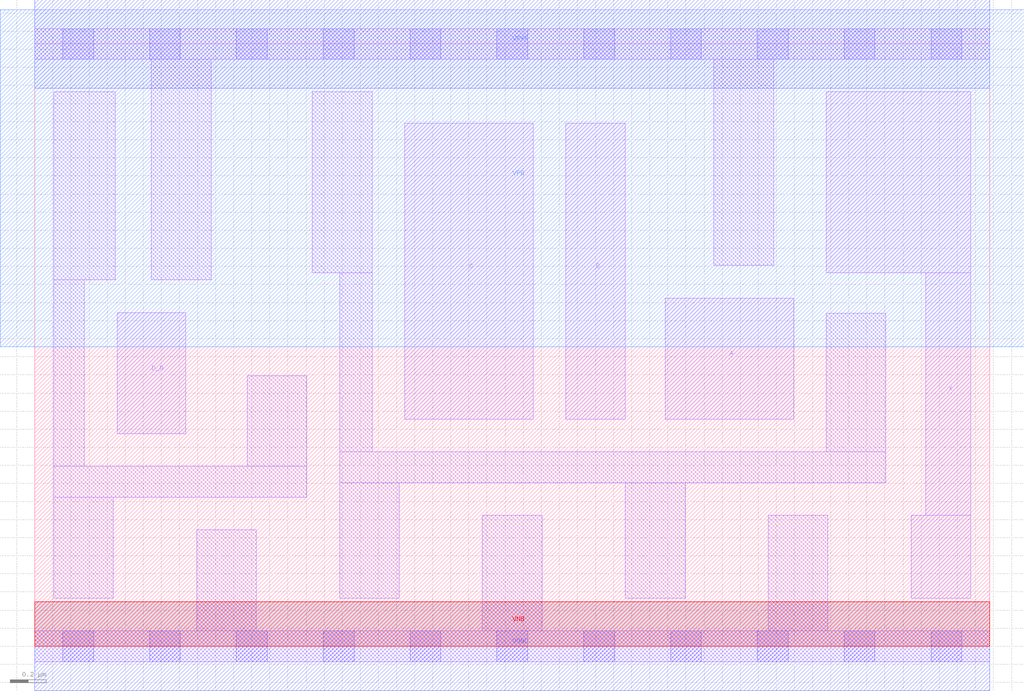
<source format=lef>
# Copyright 2020 The SkyWater PDK Authors
#
# Licensed under the Apache License, Version 2.0 (the "License");
# you may not use this file except in compliance with the License.
# You may obtain a copy of the License at
#
#     https://www.apache.org/licenses/LICENSE-2.0
#
# Unless required by applicable law or agreed to in writing, software
# distributed under the License is distributed on an "AS IS" BASIS,
# WITHOUT WARRANTIES OR CONDITIONS OF ANY KIND, either express or implied.
# See the License for the specific language governing permissions and
# limitations under the License.
#
# SPDX-License-Identifier: Apache-2.0

VERSION 5.7 ;
  NOWIREEXTENSIONATPIN ON ;
  DIVIDERCHAR "/" ;
  BUSBITCHARS "[]" ;
MACRO sky130_fd_sc_lp__or4b_lp
  CLASS CORE ;
  FOREIGN sky130_fd_sc_lp__or4b_lp ;
  ORIGIN  0.000000  0.000000 ;
  SIZE  5.280000 BY  3.330000 ;
  SYMMETRY X Y R90 ;
  SITE unit ;
  PIN A
    ANTENNAGATEAREA  0.376000 ;
    DIRECTION INPUT ;
    USE SIGNAL ;
    PORT
      LAYER li1 ;
        RECT 3.485000 1.255000 4.195000 1.925000 ;
    END
  END A
  PIN B
    ANTENNAGATEAREA  0.376000 ;
    DIRECTION INPUT ;
    USE SIGNAL ;
    PORT
      LAYER li1 ;
        RECT 2.935000 1.255000 3.265000 2.890000 ;
    END
  END B
  PIN C
    ANTENNAGATEAREA  0.376000 ;
    DIRECTION INPUT ;
    USE SIGNAL ;
    PORT
      LAYER li1 ;
        RECT 2.045000 1.255000 2.755000 2.890000 ;
    END
  END C
  PIN D_N
    ANTENNAGATEAREA  0.376000 ;
    DIRECTION INPUT ;
    USE SIGNAL ;
    PORT
      LAYER li1 ;
        RECT 0.455000 1.175000 0.835000 1.845000 ;
    END
  END D_N
  PIN X
    ANTENNADIFFAREA  0.400500 ;
    DIRECTION OUTPUT ;
    USE SIGNAL ;
    PORT
      LAYER li1 ;
        RECT 4.375000 2.065000 5.175000 3.065000 ;
        RECT 4.845000 0.265000 5.175000 0.725000 ;
        RECT 4.925000 0.725000 5.175000 2.065000 ;
    END
  END X
  PIN VGND
    DIRECTION INOUT ;
    USE GROUND ;
    PORT
      LAYER met1 ;
        RECT 0.000000 -0.245000 5.280000 0.245000 ;
    END
  END VGND
  PIN VNB
    DIRECTION INOUT ;
    USE GROUND ;
    PORT
      LAYER pwell ;
        RECT 0.000000 0.000000 5.280000 0.245000 ;
    END
  END VNB
  PIN VPB
    DIRECTION INOUT ;
    USE POWER ;
    PORT
      LAYER nwell ;
        RECT -0.190000 1.655000 5.470000 3.520000 ;
    END
  END VPB
  PIN VPWR
    DIRECTION INOUT ;
    USE POWER ;
    PORT
      LAYER met1 ;
        RECT 0.000000 3.085000 5.280000 3.575000 ;
    END
  END VPWR
  OBS
    LAYER li1 ;
      RECT 0.000000 -0.085000 5.280000 0.085000 ;
      RECT 0.000000  3.245000 5.280000 3.415000 ;
      RECT 0.105000  0.265000 0.435000 0.825000 ;
      RECT 0.105000  0.825000 1.505000 0.995000 ;
      RECT 0.105000  0.995000 0.275000 2.025000 ;
      RECT 0.105000  2.025000 0.445000 3.065000 ;
      RECT 0.645000  2.025000 0.975000 3.245000 ;
      RECT 0.895000  0.085000 1.225000 0.645000 ;
      RECT 1.175000  0.995000 1.505000 1.495000 ;
      RECT 1.535000  2.065000 1.865000 3.065000 ;
      RECT 1.685000  0.265000 2.015000 0.905000 ;
      RECT 1.685000  0.905000 4.705000 1.075000 ;
      RECT 1.685000  1.075000 1.865000 2.065000 ;
      RECT 2.475000  0.085000 2.805000 0.725000 ;
      RECT 3.265000  0.265000 3.595000 0.905000 ;
      RECT 3.755000  2.105000 4.085000 3.245000 ;
      RECT 4.055000  0.085000 4.385000 0.725000 ;
      RECT 4.375000  1.075000 4.705000 1.840000 ;
    LAYER mcon ;
      RECT 0.155000 -0.085000 0.325000 0.085000 ;
      RECT 0.155000  3.245000 0.325000 3.415000 ;
      RECT 0.635000 -0.085000 0.805000 0.085000 ;
      RECT 0.635000  3.245000 0.805000 3.415000 ;
      RECT 1.115000 -0.085000 1.285000 0.085000 ;
      RECT 1.115000  3.245000 1.285000 3.415000 ;
      RECT 1.595000 -0.085000 1.765000 0.085000 ;
      RECT 1.595000  3.245000 1.765000 3.415000 ;
      RECT 2.075000 -0.085000 2.245000 0.085000 ;
      RECT 2.075000  3.245000 2.245000 3.415000 ;
      RECT 2.555000 -0.085000 2.725000 0.085000 ;
      RECT 2.555000  3.245000 2.725000 3.415000 ;
      RECT 3.035000 -0.085000 3.205000 0.085000 ;
      RECT 3.035000  3.245000 3.205000 3.415000 ;
      RECT 3.515000 -0.085000 3.685000 0.085000 ;
      RECT 3.515000  3.245000 3.685000 3.415000 ;
      RECT 3.995000 -0.085000 4.165000 0.085000 ;
      RECT 3.995000  3.245000 4.165000 3.415000 ;
      RECT 4.475000 -0.085000 4.645000 0.085000 ;
      RECT 4.475000  3.245000 4.645000 3.415000 ;
      RECT 4.955000 -0.085000 5.125000 0.085000 ;
      RECT 4.955000  3.245000 5.125000 3.415000 ;
  END
END sky130_fd_sc_lp__or4b_lp
END LIBRARY

</source>
